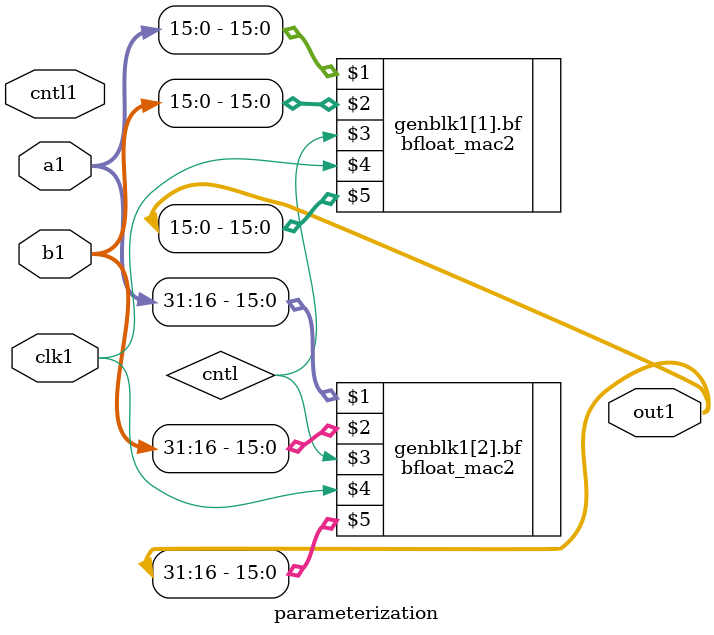
<source format=sv>
`timescale 1ns / 1ps


module parameterization #(parameter N=2)(a1,b1,cntl1,clk1,out1);
input bit[16*N-1:0]a1,b1;
input bit  clk1;
input bit  cntl1;
output bit [16*N-1:0]out1;
genvar i;

generate
for(i=1;i<N+1;i++)
begin
bfloat_mac2 bf(a1[i*16-1:i*16-16],b1[i*16-1:i*16-16],cntl,clk1,out1[i*16-1:i*16-16]);
end
endgenerate


endmodule

</source>
